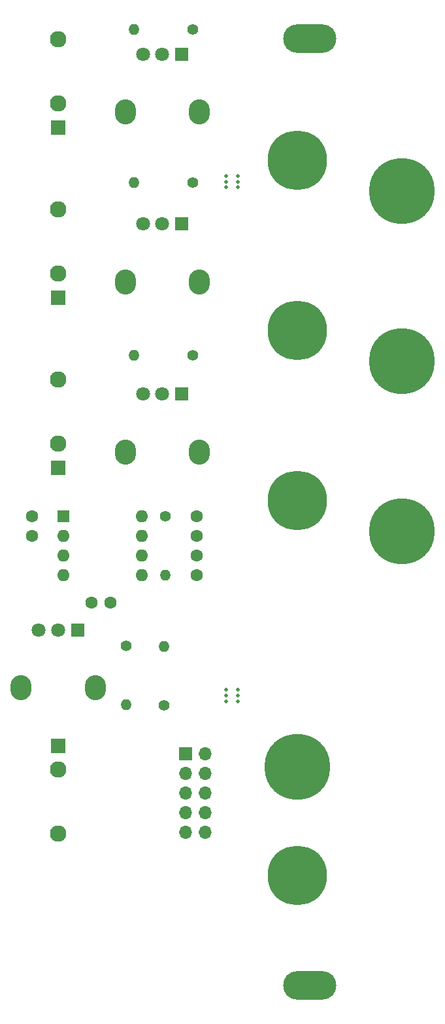
<source format=gbr>
G04 #@! TF.GenerationSoftware,KiCad,Pcbnew,(5.1.6-0-10_14)*
G04 #@! TF.CreationDate,2020-07-27T13:35:09+02:00*
G04 #@! TF.ProjectId,HelloWorld,48656c6c-6f57-46f7-926c-642e6b696361,rev?*
G04 #@! TF.SameCoordinates,Original*
G04 #@! TF.FileFunction,Soldermask,Bot*
G04 #@! TF.FilePolarity,Negative*
%FSLAX46Y46*%
G04 Gerber Fmt 4.6, Leading zero omitted, Abs format (unit mm)*
G04 Created by KiCad (PCBNEW (5.1.6-0-10_14)) date 2020-07-27 13:35:09*
%MOMM*%
%LPD*%
G01*
G04 APERTURE LIST*
%ADD10C,0.500000*%
%ADD11C,8.500000*%
%ADD12C,7.700000*%
%ADD13O,6.900000X3.700000*%
%ADD14O,1.600000X1.600000*%
%ADD15R,1.600000X1.600000*%
%ADD16C,1.600000*%
%ADD17C,2.130000*%
%ADD18R,1.930000X1.830000*%
%ADD19O,1.700000X1.700000*%
%ADD20R,1.700000X1.700000*%
%ADD21O,1.400000X1.400000*%
%ADD22C,1.400000*%
%ADD23O,2.720000X3.240000*%
%ADD24C,1.800000*%
%ADD25R,1.800000X1.800000*%
G04 APERTURE END LIST*
D10*
X99750000Y-107250000D03*
X99750000Y-108750000D03*
X98250000Y-108750000D03*
X98250000Y-107250000D03*
X99750000Y-108000000D03*
X98250000Y-108000000D03*
X99750000Y-40750000D03*
X99750000Y-42250000D03*
X98250000Y-42250000D03*
X98250000Y-40750000D03*
X99750000Y-41500000D03*
X98250000Y-41500000D03*
D11*
X107500000Y-117250000D03*
D12*
X107500000Y-131250000D03*
X107500000Y-82750000D03*
X107500000Y-60750000D03*
X107500000Y-38750000D03*
D11*
X121000000Y-86750000D03*
X121000000Y-64750000D03*
X121000000Y-42750000D03*
D13*
X109100000Y-23000000D03*
X109100000Y-145500000D03*
D14*
X87376000Y-84836000D03*
X77216000Y-92456000D03*
X87376000Y-87376000D03*
X77216000Y-89916000D03*
X87376000Y-89916000D03*
X77216000Y-87376000D03*
X87376000Y-92456000D03*
D15*
X77216000Y-84836000D03*
D16*
X94488000Y-87336000D03*
X94488000Y-84836000D03*
X80812000Y-96012000D03*
X83312000Y-96012000D03*
X73152000Y-87336000D03*
X73152000Y-84836000D03*
X94488000Y-92416000D03*
X94488000Y-89916000D03*
D17*
X76500000Y-23100000D03*
D18*
X76500000Y-34500000D03*
D17*
X76500000Y-31400000D03*
X76500000Y-45100000D03*
D18*
X76500000Y-56500000D03*
D17*
X76500000Y-53400000D03*
X76500000Y-67100000D03*
D18*
X76500000Y-78500000D03*
D17*
X76500000Y-75400000D03*
D19*
X95540000Y-125660000D03*
X93000000Y-125660000D03*
X95540000Y-123120000D03*
X93000000Y-123120000D03*
X95540000Y-120580000D03*
X93000000Y-120580000D03*
X95540000Y-118040000D03*
X93000000Y-118040000D03*
X95540000Y-115500000D03*
D20*
X93000000Y-115500000D03*
D17*
X76500000Y-125900000D03*
D18*
X76500000Y-114500000D03*
D17*
X76500000Y-117600000D03*
D21*
X86360000Y-21844000D03*
D22*
X93980000Y-21844000D03*
D21*
X86360000Y-41656000D03*
D22*
X93980000Y-41656000D03*
D21*
X86360000Y-64008000D03*
D22*
X93980000Y-64008000D03*
D21*
X85344000Y-109220000D03*
D22*
X85344000Y-101600000D03*
D21*
X90424000Y-92456000D03*
D22*
X90424000Y-84836000D03*
D21*
X90250000Y-101630000D03*
D22*
X90250000Y-109250000D03*
D23*
X94800000Y-32500000D03*
X85200000Y-32500000D03*
D24*
X87500000Y-25000000D03*
X90000000Y-25000000D03*
D25*
X92500000Y-25000000D03*
D23*
X94800000Y-54500000D03*
X85200000Y-54500000D03*
D24*
X87500000Y-47000000D03*
X90000000Y-47000000D03*
D25*
X92500000Y-47000000D03*
D23*
X94800000Y-76500000D03*
X85200000Y-76500000D03*
D24*
X87500000Y-69000000D03*
X90000000Y-69000000D03*
D25*
X92500000Y-69000000D03*
D23*
X81300000Y-107000000D03*
X71700000Y-107000000D03*
D24*
X74000000Y-99500000D03*
X76500000Y-99500000D03*
D25*
X79000000Y-99500000D03*
M02*

</source>
